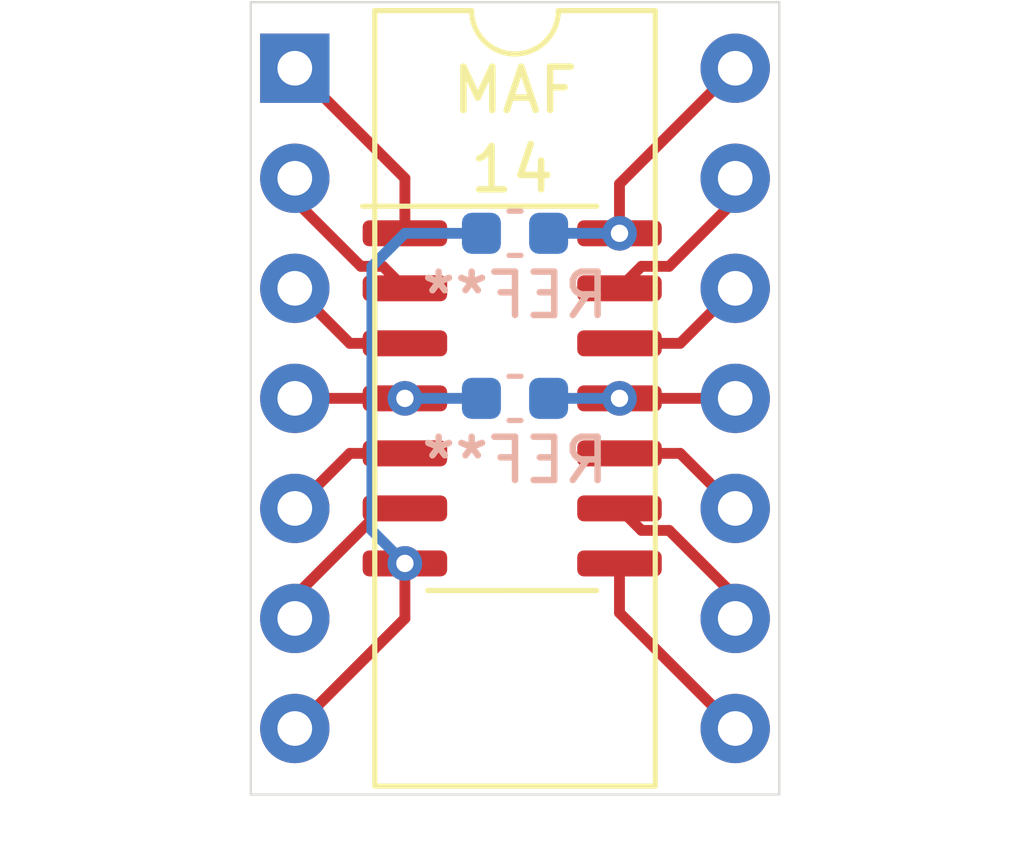
<source format=kicad_pcb>
(kicad_pcb (version 20171130) (host pcbnew 5.1.6-1.fc32)

  (general
    (thickness 1.6)
    (drawings 4)
    (tracks 44)
    (zones 0)
    (modules 4)
    (nets 1)
  )

  (page A4)
  (layers
    (0 F.Cu signal)
    (31 B.Cu signal)
    (32 B.Adhes user)
    (33 F.Adhes user)
    (34 B.Paste user)
    (35 F.Paste user)
    (36 B.SilkS user)
    (37 F.SilkS user)
    (38 B.Mask user)
    (39 F.Mask user)
    (40 Dwgs.User user)
    (41 Cmts.User user)
    (42 Eco1.User user)
    (43 Eco2.User user)
    (44 Edge.Cuts user)
    (45 Margin user)
    (46 B.CrtYd user)
    (47 F.CrtYd user)
    (48 B.Fab user)
    (49 F.Fab user)
  )

  (setup
    (last_trace_width 0.25)
    (trace_clearance 0.2)
    (zone_clearance 0.508)
    (zone_45_only no)
    (trace_min 0.2)
    (via_size 0.8)
    (via_drill 0.4)
    (via_min_size 0.4)
    (via_min_drill 0.3)
    (uvia_size 0.3)
    (uvia_drill 0.1)
    (uvias_allowed no)
    (uvia_min_size 0.2)
    (uvia_min_drill 0.1)
    (edge_width 0.05)
    (segment_width 0.2)
    (pcb_text_width 0.3)
    (pcb_text_size 1.5 1.5)
    (mod_edge_width 0.12)
    (mod_text_size 1 1)
    (mod_text_width 0.15)
    (pad_size 1.524 1.524)
    (pad_drill 0.762)
    (pad_to_mask_clearance 0.05)
    (aux_axis_origin 0 0)
    (visible_elements FFFFFF7F)
    (pcbplotparams
      (layerselection 0x010fc_ffffffff)
      (usegerberextensions false)
      (usegerberattributes true)
      (usegerberadvancedattributes true)
      (creategerberjobfile true)
      (excludeedgelayer true)
      (linewidth 0.100000)
      (plotframeref false)
      (viasonmask false)
      (mode 1)
      (useauxorigin false)
      (hpglpennumber 1)
      (hpglpenspeed 20)
      (hpglpendiameter 15.000000)
      (psnegative false)
      (psa4output false)
      (plotreference true)
      (plotvalue true)
      (plotinvisibletext false)
      (padsonsilk false)
      (subtractmaskfromsilk false)
      (outputformat 1)
      (mirror false)
      (drillshape 1)
      (scaleselection 1)
      (outputdirectory ""))
  )

  (net 0 "")

  (net_class Default "This is the default net class."
    (clearance 0.2)
    (trace_width 0.25)
    (via_dia 0.8)
    (via_drill 0.4)
    (uvia_dia 0.3)
    (uvia_drill 0.1)
  )

  (module Capacitor_SMD:C_0603_1608Metric (layer B.Cu) (tedit 5F68FEEE) (tstamp 5F72F938)
    (at 152.4 60.96)
    (descr "Capacitor SMD 0603 (1608 Metric), square (rectangular) end terminal, IPC_7351 nominal, (Body size source: IPC-SM-782 page 76, https://www.pcb-3d.com/wordpress/wp-content/uploads/ipc-sm-782a_amendment_1_and_2.pdf), generated with kicad-footprint-generator")
    (tags capacitor)
    (attr smd)
    (fp_text reference REF** (at 0 1.43) (layer B.SilkS)
      (effects (font (size 1 1) (thickness 0.15)) (justify mirror))
    )
    (fp_text value C_0603_1608Metric (at 0 -1.43) (layer B.Fab)
      (effects (font (size 1 1) (thickness 0.15)) (justify mirror))
    )
    (fp_text user %R (at 0 0) (layer B.Fab)
      (effects (font (size 0.4 0.4) (thickness 0.06)) (justify mirror))
    )
    (fp_line (start -0.8 -0.4) (end -0.8 0.4) (layer B.Fab) (width 0.1))
    (fp_line (start -0.8 0.4) (end 0.8 0.4) (layer B.Fab) (width 0.1))
    (fp_line (start 0.8 0.4) (end 0.8 -0.4) (layer B.Fab) (width 0.1))
    (fp_line (start 0.8 -0.4) (end -0.8 -0.4) (layer B.Fab) (width 0.1))
    (fp_line (start -0.14058 0.51) (end 0.14058 0.51) (layer B.SilkS) (width 0.12))
    (fp_line (start -0.14058 -0.51) (end 0.14058 -0.51) (layer B.SilkS) (width 0.12))
    (fp_line (start -1.48 -0.73) (end -1.48 0.73) (layer B.CrtYd) (width 0.05))
    (fp_line (start -1.48 0.73) (end 1.48 0.73) (layer B.CrtYd) (width 0.05))
    (fp_line (start 1.48 0.73) (end 1.48 -0.73) (layer B.CrtYd) (width 0.05))
    (fp_line (start 1.48 -0.73) (end -1.48 -0.73) (layer B.CrtYd) (width 0.05))
    (pad 2 smd roundrect (at 0.775 0) (size 0.9 0.95) (layers B.Cu B.Paste B.Mask) (roundrect_rratio 0.25))
    (pad 1 smd roundrect (at -0.775 0) (size 0.9 0.95) (layers B.Cu B.Paste B.Mask) (roundrect_rratio 0.25))
    (model ${KISYS3DMOD}/Capacitor_SMD.3dshapes/C_0603_1608Metric.wrl
      (at (xyz 0 0 0))
      (scale (xyz 1 1 1))
      (rotate (xyz 0 0 0))
    )
  )

  (module Capacitor_SMD:C_0603_1608Metric (layer B.Cu) (tedit 5F68FEEE) (tstamp 5F72F907)
    (at 152.4 57.15)
    (descr "Capacitor SMD 0603 (1608 Metric), square (rectangular) end terminal, IPC_7351 nominal, (Body size source: IPC-SM-782 page 76, https://www.pcb-3d.com/wordpress/wp-content/uploads/ipc-sm-782a_amendment_1_and_2.pdf), generated with kicad-footprint-generator")
    (tags capacitor)
    (attr smd)
    (fp_text reference REF** (at 0 1.43) (layer B.SilkS)
      (effects (font (size 1 1) (thickness 0.15)) (justify mirror))
    )
    (fp_text value C_0603_1608Metric (at 0 -1.43) (layer B.Fab)
      (effects (font (size 1 1) (thickness 0.15)) (justify mirror))
    )
    (fp_text user %R (at 0 0) (layer B.Fab)
      (effects (font (size 0.4 0.4) (thickness 0.06)) (justify mirror))
    )
    (fp_line (start -0.8 -0.4) (end -0.8 0.4) (layer B.Fab) (width 0.1))
    (fp_line (start -0.8 0.4) (end 0.8 0.4) (layer B.Fab) (width 0.1))
    (fp_line (start 0.8 0.4) (end 0.8 -0.4) (layer B.Fab) (width 0.1))
    (fp_line (start 0.8 -0.4) (end -0.8 -0.4) (layer B.Fab) (width 0.1))
    (fp_line (start -0.14058 0.51) (end 0.14058 0.51) (layer B.SilkS) (width 0.12))
    (fp_line (start -0.14058 -0.51) (end 0.14058 -0.51) (layer B.SilkS) (width 0.12))
    (fp_line (start -1.48 -0.73) (end -1.48 0.73) (layer B.CrtYd) (width 0.05))
    (fp_line (start -1.48 0.73) (end 1.48 0.73) (layer B.CrtYd) (width 0.05))
    (fp_line (start 1.48 0.73) (end 1.48 -0.73) (layer B.CrtYd) (width 0.05))
    (fp_line (start 1.48 -0.73) (end -1.48 -0.73) (layer B.CrtYd) (width 0.05))
    (pad 2 smd roundrect (at 0.775 0) (size 0.9 0.95) (layers B.Cu B.Paste B.Mask) (roundrect_rratio 0.25))
    (pad 1 smd roundrect (at -0.775 0) (size 0.9 0.95) (layers B.Cu B.Paste B.Mask) (roundrect_rratio 0.25))
    (model ${KISYS3DMOD}/Capacitor_SMD.3dshapes/C_0603_1608Metric.wrl
      (at (xyz 0 0 0))
      (scale (xyz 1 1 1))
      (rotate (xyz 0 0 0))
    )
  )

  (module Package_DIP:DIP-14_W10.16mm (layer F.Cu) (tedit 5A02E8C5) (tstamp 5F735CD5)
    (at 147.32 53.34)
    (descr "14-lead though-hole mounted DIP package, row spacing 10.16 mm (400 mils)")
    (tags "THT DIP DIL PDIP 2.54mm 10.16mm 400mil")
    (fp_text reference MAF (at 5.08 0.508) (layer F.SilkS)
      (effects (font (size 1 1) (thickness 0.15)))
    )
    (fp_text value DIP-14_W10.16mm (at 5.08 17.57) (layer F.Fab)
      (effects (font (size 1 1) (thickness 0.15)))
    )
    (fp_line (start 11.25 -1.55) (end -1.05 -1.55) (layer F.CrtYd) (width 0.05))
    (fp_line (start 11.25 16.8) (end 11.25 -1.55) (layer F.CrtYd) (width 0.05))
    (fp_line (start -1.05 16.8) (end 11.25 16.8) (layer F.CrtYd) (width 0.05))
    (fp_line (start -1.05 -1.55) (end -1.05 16.8) (layer F.CrtYd) (width 0.05))
    (fp_line (start 8.315 -1.33) (end 6.08 -1.33) (layer F.SilkS) (width 0.12))
    (fp_line (start 8.315 16.57) (end 8.315 -1.33) (layer F.SilkS) (width 0.12))
    (fp_line (start 1.845 16.57) (end 8.315 16.57) (layer F.SilkS) (width 0.12))
    (fp_line (start 1.845 -1.33) (end 1.845 16.57) (layer F.SilkS) (width 0.12))
    (fp_line (start 4.08 -1.33) (end 1.845 -1.33) (layer F.SilkS) (width 0.12))
    (fp_line (start 1.905 -0.27) (end 2.905 -1.27) (layer F.Fab) (width 0.1))
    (fp_line (start 1.905 16.51) (end 1.905 -0.27) (layer F.Fab) (width 0.1))
    (fp_line (start 8.255 16.51) (end 1.905 16.51) (layer F.Fab) (width 0.1))
    (fp_line (start 8.255 -1.27) (end 8.255 16.51) (layer F.Fab) (width 0.1))
    (fp_line (start 2.905 -1.27) (end 8.255 -1.27) (layer F.Fab) (width 0.1))
    (fp_text user %R (at 5.08 7.62) (layer F.Fab)
      (effects (font (size 1 1) (thickness 0.15)))
    )
    (fp_arc (start 5.08 -1.33) (end 4.08 -1.33) (angle -180) (layer F.SilkS) (width 0.12))
    (pad 14 thru_hole oval (at 10.16 0) (size 1.6 1.6) (drill 0.8) (layers *.Cu *.Mask))
    (pad 7 thru_hole oval (at 0 15.24) (size 1.6 1.6) (drill 0.8) (layers *.Cu *.Mask))
    (pad 13 thru_hole oval (at 10.16 2.54) (size 1.6 1.6) (drill 0.8) (layers *.Cu *.Mask))
    (pad 6 thru_hole oval (at 0 12.7) (size 1.6 1.6) (drill 0.8) (layers *.Cu *.Mask))
    (pad 12 thru_hole oval (at 10.16 5.08) (size 1.6 1.6) (drill 0.8) (layers *.Cu *.Mask))
    (pad 5 thru_hole oval (at 0 10.16) (size 1.6 1.6) (drill 0.8) (layers *.Cu *.Mask))
    (pad 11 thru_hole oval (at 10.16 7.62) (size 1.6 1.6) (drill 0.8) (layers *.Cu *.Mask))
    (pad 4 thru_hole oval (at 0 7.62) (size 1.6 1.6) (drill 0.8) (layers *.Cu *.Mask))
    (pad 10 thru_hole oval (at 10.16 10.16) (size 1.6 1.6) (drill 0.8) (layers *.Cu *.Mask))
    (pad 3 thru_hole oval (at 0 5.08) (size 1.6 1.6) (drill 0.8) (layers *.Cu *.Mask))
    (pad 9 thru_hole oval (at 10.16 12.7) (size 1.6 1.6) (drill 0.8) (layers *.Cu *.Mask))
    (pad 2 thru_hole oval (at 0 2.54) (size 1.6 1.6) (drill 0.8) (layers *.Cu *.Mask))
    (pad 8 thru_hole oval (at 10.16 15.24) (size 1.6 1.6) (drill 0.8) (layers *.Cu *.Mask))
    (pad 1 thru_hole rect (at 0 0) (size 1.6 1.6) (drill 0.8) (layers *.Cu *.Mask))
    (model ${KISYS3DMOD}/Package_DIP.3dshapes/DIP-14_W10.16mm.wrl
      (at (xyz 0 0 0))
      (scale (xyz 1 1 1))
      (rotate (xyz 0 0 0))
    )
  )

  (module Package_SO:SOIC-14_3.9x8.7mm_P1.27mm (layer F.Cu) (tedit 5D9F72B1) (tstamp 5F73544B)
    (at 152.335 60.96)
    (descr "SOIC, 14 Pin (JEDEC MS-012AB, https://www.analog.com/media/en/package-pcb-resources/package/pkg_pdf/soic_narrow-r/r_14.pdf), generated with kicad-footprint-generator ipc_gullwing_generator.py")
    (tags "SOIC SO")
    (attr smd)
    (fp_text reference 14 (at 0 -5.28) (layer F.SilkS)
      (effects (font (size 1 1) (thickness 0.15)))
    )
    (fp_text value SOIC-14_3.9x8.7mm_P1.27mm (at 0 5.28) (layer F.Fab)
      (effects (font (size 1 1) (thickness 0.15)))
    )
    (fp_line (start 3.7 -4.58) (end -3.7 -4.58) (layer F.CrtYd) (width 0.05))
    (fp_line (start 3.7 4.58) (end 3.7 -4.58) (layer F.CrtYd) (width 0.05))
    (fp_line (start -3.7 4.58) (end 3.7 4.58) (layer F.CrtYd) (width 0.05))
    (fp_line (start -3.7 -4.58) (end -3.7 4.58) (layer F.CrtYd) (width 0.05))
    (fp_line (start -1.95 -3.35) (end -0.975 -4.325) (layer F.Fab) (width 0.1))
    (fp_line (start -1.95 4.325) (end -1.95 -3.35) (layer F.Fab) (width 0.1))
    (fp_line (start 1.95 4.325) (end -1.95 4.325) (layer F.Fab) (width 0.1))
    (fp_line (start 1.95 -4.325) (end 1.95 4.325) (layer F.Fab) (width 0.1))
    (fp_line (start -0.975 -4.325) (end 1.95 -4.325) (layer F.Fab) (width 0.1))
    (fp_line (start 0 -4.435) (end -3.45 -4.435) (layer F.SilkS) (width 0.12))
    (fp_line (start 0 -4.435) (end 1.95 -4.435) (layer F.SilkS) (width 0.12))
    (fp_line (start 0 4.435) (end -1.95 4.435) (layer F.SilkS) (width 0.12))
    (fp_line (start 0 4.435) (end 1.95 4.435) (layer F.SilkS) (width 0.12))
    (fp_text user %R (at 0 0) (layer F.Fab)
      (effects (font (size 0.98 0.98) (thickness 0.15)))
    )
    (pad 14 smd roundrect (at 2.475 -3.81) (size 1.95 0.6) (layers F.Cu F.Paste F.Mask) (roundrect_rratio 0.25))
    (pad 13 smd roundrect (at 2.475 -2.54) (size 1.95 0.6) (layers F.Cu F.Paste F.Mask) (roundrect_rratio 0.25))
    (pad 12 smd roundrect (at 2.475 -1.27) (size 1.95 0.6) (layers F.Cu F.Paste F.Mask) (roundrect_rratio 0.25))
    (pad 11 smd roundrect (at 2.475 0) (size 1.95 0.6) (layers F.Cu F.Paste F.Mask) (roundrect_rratio 0.25))
    (pad 10 smd roundrect (at 2.475 1.27) (size 1.95 0.6) (layers F.Cu F.Paste F.Mask) (roundrect_rratio 0.25))
    (pad 9 smd roundrect (at 2.475 2.54) (size 1.95 0.6) (layers F.Cu F.Paste F.Mask) (roundrect_rratio 0.25))
    (pad 8 smd roundrect (at 2.475 3.81) (size 1.95 0.6) (layers F.Cu F.Paste F.Mask) (roundrect_rratio 0.25))
    (pad 7 smd roundrect (at -2.475 3.81) (size 1.95 0.6) (layers F.Cu F.Paste F.Mask) (roundrect_rratio 0.25))
    (pad 6 smd roundrect (at -2.475 2.54) (size 1.95 0.6) (layers F.Cu F.Paste F.Mask) (roundrect_rratio 0.25))
    (pad 5 smd roundrect (at -2.475 1.27) (size 1.95 0.6) (layers F.Cu F.Paste F.Mask) (roundrect_rratio 0.25))
    (pad 4 smd roundrect (at -2.475 0) (size 1.95 0.6) (layers F.Cu F.Paste F.Mask) (roundrect_rratio 0.25))
    (pad 3 smd roundrect (at -2.475 -1.27) (size 1.95 0.6) (layers F.Cu F.Paste F.Mask) (roundrect_rratio 0.25))
    (pad 2 smd roundrect (at -2.475 -2.54) (size 1.95 0.6) (layers F.Cu F.Paste F.Mask) (roundrect_rratio 0.25))
    (pad 1 smd roundrect (at -2.475 -3.81) (size 1.95 0.6) (layers F.Cu F.Paste F.Mask) (roundrect_rratio 0.25))
    (model ${KISYS3DMOD}/Package_SO.3dshapes/SOIC-14_3.9x8.7mm_P1.27mm.wrl
      (at (xyz 0 0 0))
      (scale (xyz 1 1 1))
      (rotate (xyz 0 0 0))
    )
  )

  (gr_line (start 146.304 70.104) (end 146.304 51.816) (layer Edge.Cuts) (width 0.05) (tstamp 5F736037))
  (gr_line (start 158.496 70.104) (end 146.304 70.104) (layer Edge.Cuts) (width 0.05))
  (gr_line (start 158.496 51.816) (end 158.496 70.104) (layer Edge.Cuts) (width 0.05))
  (gr_line (start 146.304 51.816) (end 158.496 51.816) (layer Edge.Cuts) (width 0.05))

  (segment (start 147.32 60.96) (end 149.86 60.96) (width 0.25) (layer F.Cu) (net 0))
  (segment (start 154.81 60.96) (end 157.48 60.96) (width 0.25) (layer F.Cu) (net 0))
  (segment (start 154.81 62.23) (end 156.21 62.23) (width 0.25) (layer F.Cu) (net 0))
  (segment (start 156.21 62.23) (end 157.48 63.5) (width 0.25) (layer F.Cu) (net 0))
  (segment (start 156.21 59.69) (end 157.48 58.42) (width 0.25) (layer F.Cu) (net 0))
  (segment (start 154.81 59.69) (end 156.21 59.69) (width 0.25) (layer F.Cu) (net 0))
  (segment (start 149.86 59.69) (end 148.59 59.69) (width 0.25) (layer F.Cu) (net 0))
  (segment (start 148.59 59.69) (end 147.32 58.42) (width 0.25) (layer F.Cu) (net 0))
  (segment (start 149.86 62.23) (end 148.59 62.23) (width 0.25) (layer F.Cu) (net 0))
  (segment (start 148.59 62.23) (end 147.32 63.5) (width 0.25) (layer F.Cu) (net 0))
  (segment (start 149.86 63.5) (end 149.352 63.5) (width 0.25) (layer F.Cu) (net 0))
  (segment (start 147.32 65.532) (end 147.32 66.04) (width 0.25) (layer F.Cu) (net 0))
  (segment (start 149.352 63.5) (end 147.32 65.532) (width 0.25) (layer F.Cu) (net 0))
  (segment (start 149.86 66.04) (end 147.32 68.58) (width 0.25) (layer F.Cu) (net 0))
  (segment (start 149.86 64.77) (end 149.86 66.04) (width 0.25) (layer F.Cu) (net 0))
  (segment (start 149.86 58.42) (end 149.352 57.912) (width 0.25) (layer F.Cu) (net 0))
  (segment (start 149.352 57.912) (end 148.844 57.912) (width 0.25) (layer F.Cu) (net 0))
  (segment (start 147.32 56.388) (end 147.32 55.88) (width 0.25) (layer F.Cu) (net 0))
  (segment (start 148.844 57.912) (end 147.32 56.388) (width 0.25) (layer F.Cu) (net 0))
  (segment (start 154.81 58.42) (end 155.318 57.912) (width 0.25) (layer F.Cu) (net 0))
  (segment (start 155.318 57.912) (end 155.956 57.912) (width 0.25) (layer F.Cu) (net 0))
  (segment (start 157.48 56.388) (end 157.48 55.88) (width 0.25) (layer F.Cu) (net 0))
  (segment (start 155.956 57.912) (end 157.48 56.388) (width 0.25) (layer F.Cu) (net 0))
  (segment (start 154.81 56.01) (end 157.48 53.34) (width 0.25) (layer F.Cu) (net 0))
  (segment (start 154.81 57.15) (end 154.81 56.01) (width 0.25) (layer F.Cu) (net 0))
  (segment (start 149.86 55.88) (end 147.32 53.34) (width 0.25) (layer F.Cu) (net 0))
  (segment (start 149.86 57.15) (end 149.86 55.88) (width 0.25) (layer F.Cu) (net 0))
  (segment (start 154.81 63.5) (end 155.318 64.008) (width 0.25) (layer F.Cu) (net 0))
  (segment (start 155.318 64.008) (end 155.956 64.008) (width 0.25) (layer F.Cu) (net 0))
  (segment (start 157.48 65.532) (end 157.48 66.04) (width 0.25) (layer F.Cu) (net 0))
  (segment (start 155.956 64.008) (end 157.48 65.532) (width 0.25) (layer F.Cu) (net 0))
  (segment (start 154.81 65.91) (end 157.48 68.58) (width 0.25) (layer F.Cu) (net 0))
  (segment (start 154.81 64.77) (end 154.81 65.91) (width 0.25) (layer F.Cu) (net 0))
  (via (at 149.86 60.96) (size 0.8) (drill 0.4) (layers F.Cu B.Cu) (net 0))
  (segment (start 151.625 60.96) (end 149.86 60.96) (width 0.25) (layer B.Cu) (net 0))
  (via (at 154.81 60.96) (size 0.8) (drill 0.4) (layers F.Cu B.Cu) (net 0))
  (segment (start 153.175 60.96) (end 154.81 60.96) (width 0.25) (layer B.Cu) (net 0))
  (via (at 154.81 57.15) (size 0.8) (drill 0.4) (layers F.Cu B.Cu) (net 0))
  (segment (start 153.175 57.15) (end 154.81 57.15) (width 0.25) (layer B.Cu) (net 0))
  (segment (start 151.625 57.15) (end 149.86 57.15) (width 0.25) (layer B.Cu) (net 0))
  (segment (start 149.86 57.15) (end 149.098 57.912) (width 0.25) (layer B.Cu) (net 0))
  (via (at 149.86 64.77) (size 0.8) (drill 0.4) (layers F.Cu B.Cu) (net 0))
  (segment (start 149.098 64.008) (end 149.86 64.77) (width 0.25) (layer B.Cu) (net 0))
  (segment (start 149.098 57.912) (end 149.098 64.008) (width 0.25) (layer B.Cu) (net 0))

)

</source>
